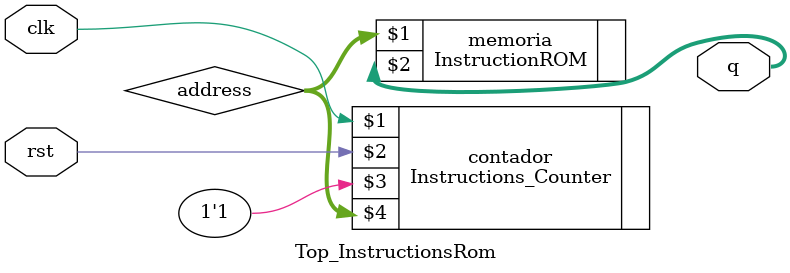
<source format=sv>
module Top_InstructionsRom (input clk, input rst, output logic [31:0] q);
	
	logic [31:0] address; // 0

	
	
	Instructions_Counter contador (clk,rst,1'b1,address);
	
	InstructionROM memoria (address,q);
	
	// 1,2,3,4
	

	
endmodule  
</source>
